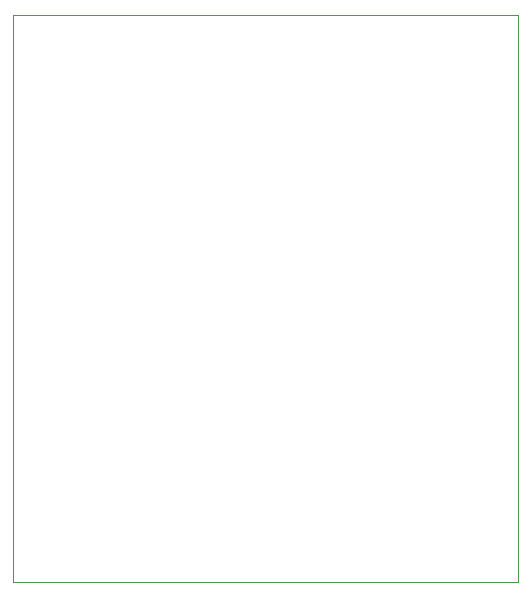
<source format=gm1>
G04*
G04 #@! TF.GenerationSoftware,Altium Limited,Altium Designer,24.2.2 (26)*
G04*
G04 Layer_Color=16711935*
%FSLAX44Y44*%
%MOMM*%
G71*
G04*
G04 #@! TF.SameCoordinates,6EDC250C-81D3-48BC-95F6-F0A130F5604E*
G04*
G04*
G04 #@! TF.FilePolarity,Positive*
G04*
G01*
G75*
%ADD10C,0.1000*%
D10*
X-0Y480500D02*
X427000D01*
Y0D02*
Y480500D01*
X0Y0D02*
X427000D01*
X-0Y480500D02*
X0Y0D01*
M02*

</source>
